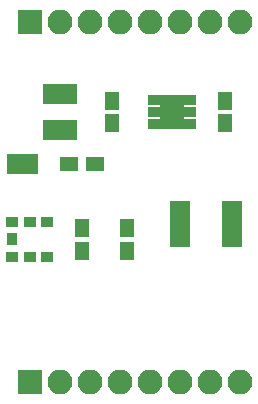
<source format=gts>
G04 #@! TF.FileFunction,Soldermask,Top*
%FSLAX46Y46*%
G04 Gerber Fmt 4.6, Leading zero omitted, Abs format (unit mm)*
G04 Created by KiCad (PCBNEW 4.0.7-e2-6376~58~ubuntu17.04.1) date Thu Oct  5 13:20:25 2017*
%MOMM*%
%LPD*%
G01*
G04 APERTURE LIST*
%ADD10C,0.100000*%
%ADD11R,1.150000X1.600000*%
%ADD12R,1.370000X1.670000*%
%ADD13R,2.100000X2.100000*%
%ADD14O,2.100000X2.100000*%
%ADD15R,1.670000X1.370000*%
%ADD16R,1.600000X1.300000*%
%ADD17R,1.100000X1.700000*%
%ADD18R,1.000000X0.900000*%
%ADD19R,0.900000X1.000000*%
%ADD20R,1.250000X0.850000*%
%ADD21R,2.000000X2.900000*%
G04 APERTURE END LIST*
D10*
D11*
X174625000Y-113980000D03*
X174625000Y-112080000D03*
X175895000Y-124775000D03*
X175895000Y-122875000D03*
X184150000Y-113980000D03*
X184150000Y-112080000D03*
X172085000Y-124775000D03*
X172085000Y-122875000D03*
D12*
X166365000Y-117475000D03*
X167645000Y-117475000D03*
D13*
X167640000Y-135890000D03*
D14*
X170180000Y-135890000D03*
X172720000Y-135890000D03*
X175260000Y-135890000D03*
X177800000Y-135890000D03*
X180340000Y-135890000D03*
X182880000Y-135890000D03*
X185420000Y-135890000D03*
D13*
X167640000Y-105410000D03*
D14*
X170180000Y-105410000D03*
X172720000Y-105410000D03*
X175260000Y-105410000D03*
X177800000Y-105410000D03*
X180340000Y-105410000D03*
X182880000Y-105410000D03*
X185420000Y-105410000D03*
D15*
X184785000Y-121285000D03*
X184785000Y-122555000D03*
X184785000Y-123825000D03*
X180340000Y-121285000D03*
X180340000Y-122555000D03*
X180340000Y-123825000D03*
D16*
X170985000Y-117475000D03*
X173185000Y-117475000D03*
D17*
X169230000Y-114580000D03*
X170180000Y-114580000D03*
X171130000Y-114580000D03*
X171130000Y-111480000D03*
X170180000Y-111480000D03*
X169230000Y-111480000D03*
D18*
X166140000Y-125275000D03*
X167640000Y-125275000D03*
X169140000Y-125275000D03*
X169140000Y-122375000D03*
X167640000Y-122375000D03*
X166140000Y-122375000D03*
D19*
X166140000Y-123825000D03*
D20*
X178255000Y-112030000D03*
X178255000Y-113030000D03*
X178255000Y-114030000D03*
X181155000Y-114030000D03*
X181155000Y-113030000D03*
X181155000Y-112030000D03*
D21*
X179705000Y-113030000D03*
M02*

</source>
